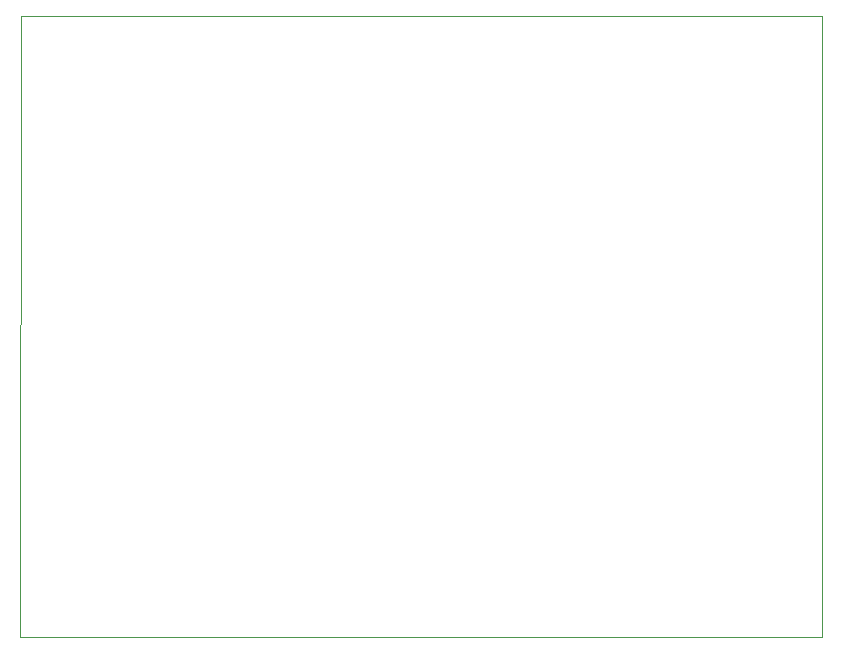
<source format=gbr>
%TF.GenerationSoftware,KiCad,Pcbnew,(5.1.9)-1*%
%TF.CreationDate,2021-10-25T11:11:09+02:00*%
%TF.ProjectId,ArduinoNtcThermostat,41726475-696e-46f4-9e74-63546865726d,rev?*%
%TF.SameCoordinates,Original*%
%TF.FileFunction,Profile,NP*%
%FSLAX46Y46*%
G04 Gerber Fmt 4.6, Leading zero omitted, Abs format (unit mm)*
G04 Created by KiCad (PCBNEW (5.1.9)-1) date 2021-10-25 11:11:09*
%MOMM*%
%LPD*%
G01*
G04 APERTURE LIST*
%TA.AperFunction,Profile*%
%ADD10C,0.050000*%
%TD*%
G04 APERTURE END LIST*
D10*
X158445200Y-39751000D02*
X158419800Y-92278200D01*
X90601800Y-39674800D02*
X158445200Y-39751000D01*
X90576400Y-92303600D02*
X90601800Y-39674800D01*
X158419800Y-92278200D02*
X90576400Y-92303600D01*
M02*

</source>
